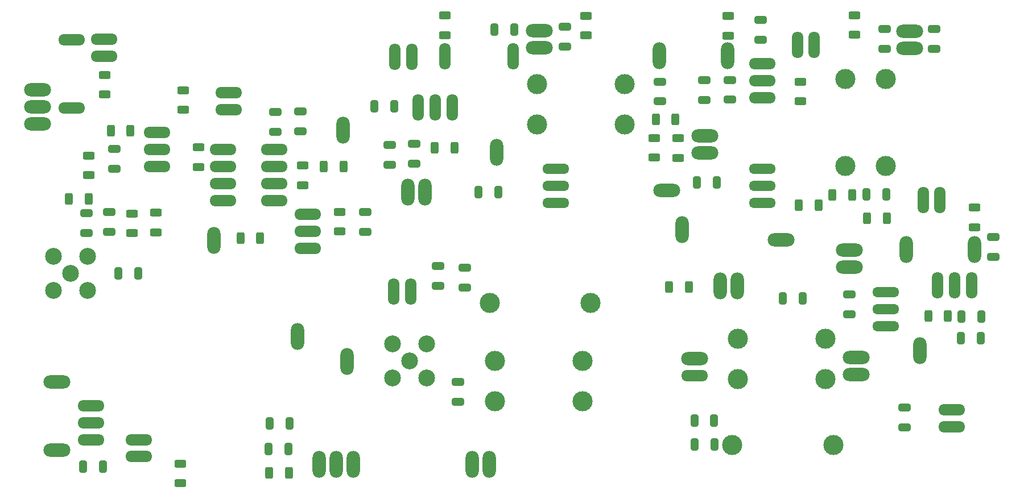
<source format=gbr>
%TF.GenerationSoftware,KiCad,Pcbnew,(6.0.7)*%
%TF.CreationDate,2023-01-27T14:31:18-05:00*%
%TF.ProjectId,Phoenix612_All_Stages_PA_Testing_v2,50686f65-6e69-4783-9631-325f416c6c5f,rev?*%
%TF.SameCoordinates,Original*%
%TF.FileFunction,Soldermask,Top*%
%TF.FilePolarity,Negative*%
%FSLAX46Y46*%
G04 Gerber Fmt 4.6, Leading zero omitted, Abs format (unit mm)*
G04 Created by KiCad (PCBNEW (6.0.7)) date 2023-01-27 14:31:18*
%MOMM*%
%LPD*%
G01*
G04 APERTURE LIST*
G04 Aperture macros list*
%AMRoundRect*
0 Rectangle with rounded corners*
0 $1 Rounding radius*
0 $2 $3 $4 $5 $6 $7 $8 $9 X,Y pos of 4 corners*
0 Add a 4 corners polygon primitive as box body*
4,1,4,$2,$3,$4,$5,$6,$7,$8,$9,$2,$3,0*
0 Add four circle primitives for the rounded corners*
1,1,$1+$1,$2,$3*
1,1,$1+$1,$4,$5*
1,1,$1+$1,$6,$7*
1,1,$1+$1,$8,$9*
0 Add four rect primitives between the rounded corners*
20,1,$1+$1,$2,$3,$4,$5,0*
20,1,$1+$1,$4,$5,$6,$7,0*
20,1,$1+$1,$6,$7,$8,$9,0*
20,1,$1+$1,$8,$9,$2,$3,0*%
G04 Aperture macros list end*
%ADD10RoundRect,0.250000X0.650000X-0.325000X0.650000X0.325000X-0.650000X0.325000X-0.650000X-0.325000X0*%
%ADD11RoundRect,0.250000X-0.625000X0.312500X-0.625000X-0.312500X0.625000X-0.312500X0.625000X0.312500X0*%
%ADD12O,4.000000X1.700000*%
%ADD13RoundRect,0.250000X-0.325000X-0.650000X0.325000X-0.650000X0.325000X0.650000X-0.325000X0.650000X0*%
%ADD14RoundRect,0.250000X0.625000X-0.312500X0.625000X0.312500X-0.625000X0.312500X-0.625000X-0.312500X0*%
%ADD15O,1.700000X4.000000*%
%ADD16C,2.500000*%
%ADD17O,4.000000X1.500000*%
%ADD18RoundRect,0.250000X-0.650000X0.325000X-0.650000X-0.325000X0.650000X-0.325000X0.650000X0.325000X0*%
%ADD19RoundRect,0.250000X-0.312500X-0.625000X0.312500X-0.625000X0.312500X0.625000X-0.312500X0.625000X0*%
%ADD20C,3.000000*%
%ADD21O,2.000000X4.000000*%
%ADD22RoundRect,0.250000X0.312500X0.625000X-0.312500X0.625000X-0.312500X-0.625000X0.312500X-0.625000X0*%
%ADD23O,4.000000X2.000000*%
%ADD24RoundRect,0.250000X0.325000X0.650000X-0.325000X0.650000X-0.325000X-0.650000X0.325000X-0.650000X0*%
G04 APERTURE END LIST*
D10*
%TO.C,C36*%
X66478250Y-58952151D03*
X66478250Y-56002151D03*
%TD*%
D11*
%TO.C,R8*%
X87900750Y-41702000D03*
X87900750Y-44627000D03*
%TD*%
D12*
%TO.C,D5*%
X37204750Y-47757000D03*
X37204750Y-45217000D03*
%TD*%
D10*
%TO.C,C19*%
X86925250Y-81993000D03*
X86925250Y-79043000D03*
%TD*%
%TO.C,C18*%
X89909750Y-99201500D03*
X89909750Y-96251500D03*
%TD*%
D13*
%TO.C,C40*%
X39349250Y-80083151D03*
X42299250Y-80083151D03*
%TD*%
D12*
%TO.C,C37*%
X55746750Y-55699151D03*
X55746750Y-53199151D03*
%TD*%
D14*
%TO.C,R10*%
X119079250Y-62851500D03*
X119079250Y-59926500D03*
%TD*%
D15*
%TO.C,C7*%
X159110901Y-69215000D03*
X161610901Y-69215000D03*
%TD*%
D16*
%TO.C,J16*%
X32251750Y-80083151D03*
X34791750Y-77543151D03*
X34791750Y-82623151D03*
X29711750Y-82623151D03*
X29711750Y-77543151D03*
%TD*%
D12*
%TO.C,C5*%
X163379250Y-102957000D03*
X163379250Y-100457000D03*
%TD*%
D17*
%TO.C,Q1*%
X153579250Y-87947500D03*
X153579250Y-85407500D03*
X153579250Y-82867500D03*
%TD*%
D18*
%TO.C,C39*%
X37966750Y-70988151D03*
X37966750Y-73938151D03*
%TD*%
D19*
%TO.C,R3*%
X121340250Y-82105500D03*
X124265250Y-82105500D03*
%TD*%
D10*
%TO.C,C38*%
X62731750Y-59015651D03*
X62731750Y-56065651D03*
%TD*%
D20*
%TO.C,L1*%
X145733250Y-105664000D03*
X130733250Y-105664000D03*
%TD*%
D11*
%TO.C,R13*%
X140859750Y-51544500D03*
X140859750Y-54469500D03*
%TD*%
D21*
%TO.C,J11*%
X82480250Y-68008500D03*
X85020250Y-68008500D03*
%TD*%
D15*
%TO.C,C27*%
X83011250Y-47863500D03*
X80511250Y-47863500D03*
%TD*%
%TO.C,C16*%
X80361250Y-82804000D03*
X82861250Y-82804000D03*
%TD*%
D22*
%TO.C,R21*%
X34920750Y-68970651D03*
X31995750Y-68970651D03*
%TD*%
D11*
%TO.C,R9*%
X148901250Y-41654000D03*
X148901250Y-44579000D03*
%TD*%
D23*
%TO.C,J14*%
X157156250Y-44069000D03*
X157156250Y-46609000D03*
%TD*%
%TO.C,J3*%
X149155250Y-95186500D03*
X149155250Y-92646500D03*
%TD*%
D10*
%TO.C,C8*%
X156394250Y-103026000D03*
X156394250Y-100076000D03*
%TD*%
D14*
%TO.C,R23*%
X41395750Y-74116151D03*
X41395750Y-71191151D03*
%TD*%
D15*
%TO.C,RV1*%
X166310250Y-81851500D03*
X163770250Y-81851500D03*
X161230250Y-81851500D03*
%TD*%
D16*
%TO.C,J8*%
X82734250Y-93154500D03*
X85274250Y-95694500D03*
X80194250Y-90614500D03*
X80194250Y-95694500D03*
X85274250Y-90614500D03*
%TD*%
D21*
%TO.C,D4*%
X130001250Y-47673000D03*
X119841250Y-47673000D03*
%TD*%
D23*
%TO.C,J20*%
X120961250Y-67754500D03*
%TD*%
D19*
%TO.C,R17*%
X140644250Y-69913500D03*
X143569250Y-69913500D03*
%TD*%
D14*
%TO.C,R19*%
X44951750Y-73989151D03*
X44951750Y-71064151D03*
%TD*%
D18*
%TO.C,C41*%
X38728750Y-61590151D03*
X38728750Y-64540151D03*
%TD*%
D22*
%TO.C,R16*%
X148522250Y-68453000D03*
X145597250Y-68453000D03*
%TD*%
D18*
%TO.C,C42*%
X34601250Y-71115151D03*
X34601250Y-74065151D03*
%TD*%
D10*
%TO.C,C29*%
X119904750Y-54482000D03*
X119904750Y-51532000D03*
%TD*%
D15*
%TO.C,D3*%
X87964250Y-47736500D03*
X98124250Y-47736500D03*
%TD*%
D23*
%TO.C,J12*%
X126612750Y-62151000D03*
X126612750Y-59611000D03*
%TD*%
D11*
%TO.C,R20*%
X34982250Y-62555151D03*
X34982250Y-65480151D03*
%TD*%
D24*
%TO.C,C20*%
X95893250Y-68008500D03*
X92943250Y-68008500D03*
%TD*%
D18*
%TO.C,C4*%
X169602250Y-74661500D03*
X169602250Y-77611500D03*
%TD*%
D19*
%TO.C,R4*%
X61777250Y-109855000D03*
X64702250Y-109855000D03*
%TD*%
D12*
%TO.C,RV5*%
X45078750Y-64144651D03*
X45078750Y-61604651D03*
X45078750Y-59064651D03*
%TD*%
D23*
%TO.C,J19*%
X27362250Y-52768500D03*
X27362250Y-55308500D03*
X27362250Y-57848500D03*
%TD*%
D18*
%TO.C,C43*%
X76130250Y-70988151D03*
X76130250Y-73938151D03*
%TD*%
%TO.C,C21*%
X83328750Y-60803000D03*
X83328750Y-63753000D03*
%TD*%
D11*
%TO.C,R29*%
X37331750Y-50544000D03*
X37331750Y-53469000D03*
%TD*%
D18*
%TO.C,C24*%
X105784750Y-43356000D03*
X105784750Y-46306000D03*
%TD*%
D11*
%TO.C,R6*%
X108959750Y-41717500D03*
X108959750Y-44642500D03*
%TD*%
D19*
%TO.C,R25*%
X57522750Y-74876151D03*
X60447750Y-74876151D03*
%TD*%
D18*
%TO.C,C28*%
X153409750Y-43737000D03*
X153409750Y-46687000D03*
%TD*%
D22*
%TO.C,R22*%
X41143750Y-58874151D03*
X38218750Y-58874151D03*
%TD*%
D14*
%TO.C,R5*%
X48571250Y-111381000D03*
X48571250Y-108456000D03*
%TD*%
D10*
%TO.C,C15*%
X90925750Y-82247000D03*
X90925750Y-79297000D03*
%TD*%
D23*
%TO.C,J1*%
X148139250Y-76644500D03*
X148139250Y-79184500D03*
%TD*%
%TO.C,D2*%
X30219750Y-106426000D03*
X30219750Y-96266000D03*
%TD*%
D17*
%TO.C,Q3*%
X104422750Y-64497500D03*
X104422750Y-67037500D03*
X104422750Y-69577500D03*
%TD*%
D20*
%TO.C,T2*%
X108411250Y-93139000D03*
X95411250Y-93139000D03*
X108411250Y-99139000D03*
X95411250Y-99139000D03*
%TD*%
D12*
%TO.C,U1*%
X62551250Y-61614651D03*
X62551250Y-64154651D03*
X62551250Y-66694651D03*
X62551250Y-69234651D03*
X54931250Y-69234651D03*
X54931250Y-66694651D03*
X54931250Y-64154651D03*
X54931250Y-61614651D03*
%TD*%
D21*
%TO.C,Q2*%
X69272250Y-108514000D03*
X71812250Y-108514000D03*
X74352250Y-108514000D03*
%TD*%
D23*
%TO.C,J15*%
X137979250Y-75120500D03*
%TD*%
D13*
%TO.C,C1*%
X164761750Y-89725500D03*
X167711750Y-89725500D03*
%TD*%
D12*
%TO.C,D6*%
X32442250Y-45339000D03*
X32442250Y-55499000D03*
%TD*%
%TO.C,RV4*%
X135144750Y-53969500D03*
X135144750Y-51429500D03*
X135144750Y-48889500D03*
%TD*%
D11*
%TO.C,R14*%
X130064750Y-41765500D03*
X130064750Y-44690500D03*
%TD*%
D19*
%TO.C,R11*%
X119331250Y-57134500D03*
X122256250Y-57134500D03*
%TD*%
D24*
%TO.C,C22*%
X98242750Y-43751500D03*
X95292750Y-43751500D03*
%TD*%
D17*
%TO.C,Q4*%
X135208250Y-64564000D03*
X135208250Y-67104000D03*
X135208250Y-69644000D03*
%TD*%
D12*
%TO.C,C12*%
X125152250Y-95337000D03*
D23*
X125152250Y-92837000D03*
%TD*%
D22*
%TO.C,R15*%
X153729250Y-71882000D03*
X150804250Y-71882000D03*
%TD*%
D23*
%TO.C,J10*%
X102038250Y-43937000D03*
X102038250Y-46477000D03*
%TD*%
D18*
%TO.C,C31*%
X126572250Y-51341500D03*
X126572250Y-54291500D03*
%TD*%
D21*
%TO.C,J7*%
X73399750Y-93218000D03*
%TD*%
D13*
%TO.C,C3*%
X164825250Y-86550500D03*
X167775250Y-86550500D03*
%TD*%
%TO.C,C10*%
X61701250Y-106235500D03*
X64651250Y-106235500D03*
%TD*%
D21*
%TO.C,J18*%
X72828250Y-58801000D03*
%TD*%
D18*
%TO.C,C2*%
X148139250Y-83234000D03*
X148139250Y-86184000D03*
%TD*%
D19*
%TO.C,R7*%
X86440250Y-61389000D03*
X89365250Y-61389000D03*
%TD*%
D20*
%TO.C,T4*%
X147575250Y-51142500D03*
X147575250Y-64142500D03*
X153575250Y-51142500D03*
X153575250Y-64142500D03*
%TD*%
D13*
%TO.C,C11*%
X61891750Y-102425500D03*
X64841750Y-102425500D03*
%TD*%
D24*
%TO.C,C25*%
X80422250Y-55229500D03*
X77472250Y-55229500D03*
%TD*%
D21*
%TO.C,J4*%
X131438750Y-81978500D03*
X128898750Y-81978500D03*
%TD*%
D18*
%TO.C,C32*%
X130318750Y-51278000D03*
X130318750Y-54228000D03*
%TD*%
D24*
%TO.C,C30*%
X128379250Y-66596000D03*
X125429250Y-66596000D03*
%TD*%
D21*
%TO.C,J9*%
X95688250Y-62039500D03*
%TD*%
%TO.C,J6*%
X92010250Y-108521500D03*
X94550250Y-108521500D03*
%TD*%
D24*
%TO.C,C13*%
X128087750Y-105600500D03*
X125137750Y-105600500D03*
%TD*%
D13*
%TO.C,C35*%
X153629250Y-68326000D03*
X150679250Y-68326000D03*
%TD*%
D15*
%TO.C,C34*%
X140405599Y-46085500D03*
X142905599Y-46085500D03*
%TD*%
%TO.C,RV3*%
X89043750Y-55356500D03*
X86503750Y-55356500D03*
X83963750Y-55356500D03*
%TD*%
D14*
%TO.C,R24*%
X51301750Y-64264000D03*
X51301750Y-61339000D03*
%TD*%
D24*
%TO.C,C9*%
X128024250Y-102044500D03*
X125074250Y-102044500D03*
%TD*%
D12*
%TO.C,RV6*%
X67557750Y-71310500D03*
X67557750Y-73850500D03*
X67557750Y-76390500D03*
%TD*%
D11*
%TO.C,R18*%
X49015750Y-55755000D03*
X49015750Y-52830000D03*
%TD*%
D24*
%TO.C,C14*%
X37028750Y-108902500D03*
X34078750Y-108902500D03*
%TD*%
D20*
%TO.C,T1*%
X131542750Y-95837000D03*
X144542750Y-95837000D03*
X131542750Y-89837000D03*
X144542750Y-89837000D03*
%TD*%
D21*
%TO.C,J5*%
X66033750Y-89535000D03*
%TD*%
%TO.C,J17*%
X53587750Y-75193651D03*
%TD*%
D11*
%TO.C,R27*%
X66795750Y-64017651D03*
X66795750Y-66942651D03*
%TD*%
D12*
%TO.C,RV2*%
X35299750Y-99812000D03*
X35299750Y-102352000D03*
X35299750Y-104892000D03*
%TD*%
D14*
%TO.C,R26*%
X72320250Y-73862151D03*
X72320250Y-70937151D03*
%TD*%
D19*
%TO.C,R28*%
X69907250Y-64208151D03*
X72832250Y-64208151D03*
%TD*%
D24*
%TO.C,C6*%
X141168750Y-83820000D03*
X138218750Y-83820000D03*
%TD*%
D21*
%TO.C,J2*%
X158616750Y-91630500D03*
%TD*%
D18*
%TO.C,C23*%
X79709250Y-61008000D03*
X79709250Y-63958000D03*
%TD*%
%TO.C,C26*%
X160775750Y-43673500D03*
X160775750Y-46623500D03*
%TD*%
D21*
%TO.C,J13*%
X123206750Y-73581000D03*
%TD*%
D20*
%TO.C,L2*%
X109601750Y-84518500D03*
X94601750Y-84518500D03*
%TD*%
D10*
%TO.C,C33*%
X134890750Y-45274500D03*
X134890750Y-42324500D03*
%TD*%
D11*
%TO.C,R2*%
X166744750Y-70292500D03*
X166744750Y-73217500D03*
%TD*%
D22*
%TO.C,R1*%
X162809750Y-86487000D03*
X159884750Y-86487000D03*
%TD*%
D12*
%TO.C,C17*%
X42411750Y-107378500D03*
X42411750Y-104878500D03*
%TD*%
D20*
%TO.C,T3*%
X101657250Y-57912000D03*
X114657250Y-57912000D03*
X101657250Y-51912000D03*
X114657250Y-51912000D03*
%TD*%
D21*
%TO.C,D1*%
X166808250Y-76517500D03*
X156648250Y-76517500D03*
%TD*%
D14*
%TO.C,R12*%
X122635250Y-62915000D03*
X122635250Y-59990000D03*
%TD*%
M02*

</source>
